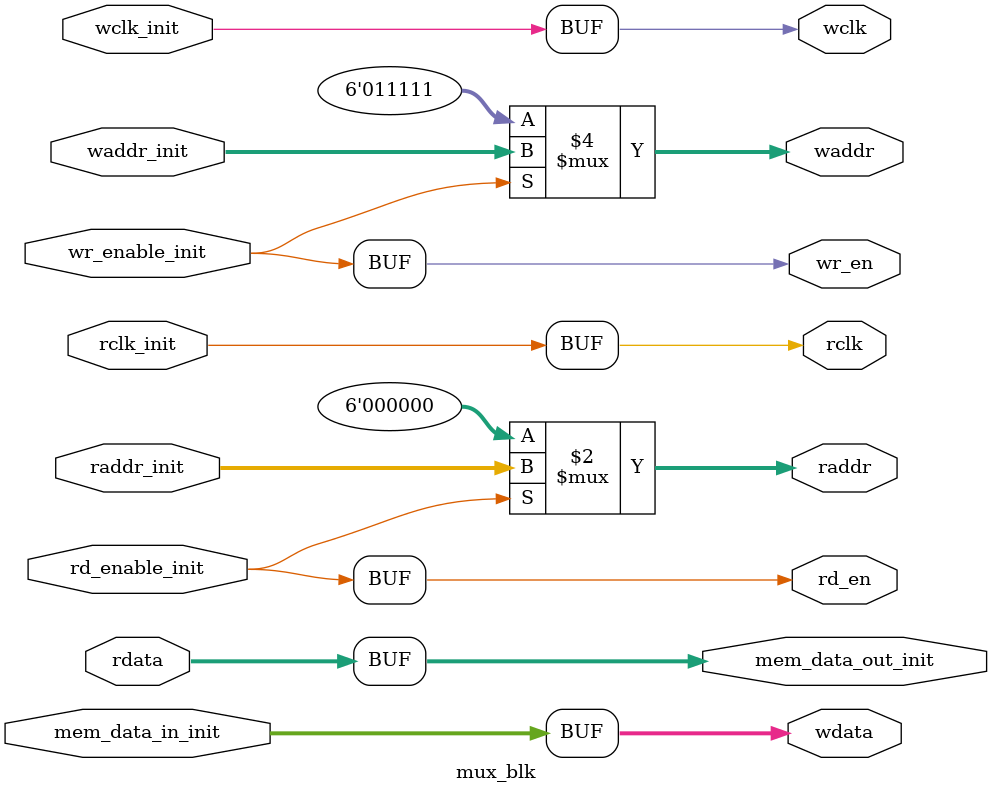
<source format=v>
`timescale 1 ns/100 ps
module mux_blk(
  
  rd_enable_init, wr_enable_init,
  wclk_init, rclk_init,
  raddr_init, waddr_init,
  mem_data_in_init, mem_data_out_init,
  
  rd_en, wr_en,
  wclk, rclk,
  raddr, waddr,
  wdata, rdata,
  );

parameter DATA_WIDTH = 8; // data width 
parameter ADDR_WIDTH = 8; // data width 

input rd_enable_init;
input wr_enable_init;
input wclk_init, rclk_init;
input [ADDR_WIDTH-3:0] raddr_init, waddr_init;
input [DATA_WIDTH-1:0] mem_data_in_init;
output  [DATA_WIDTH-1:0] mem_data_out_init;

output rd_en;
output wr_en;
output wclk, rclk;
output [ADDR_WIDTH-3:0] raddr, waddr;
output [DATA_WIDTH-1:0] wdata;
input  [DATA_WIDTH-1:0] rdata;



assign 	rd_en 	=  rd_enable_init;
assign 	wr_en 	=  wr_enable_init;
assign 	wclk 	=  wclk_init;
assign 	rclk 	=  rclk_init;
assign 	raddr 	= (rd_en) ? raddr_init : 5'b00000;
assign 	waddr 	= (wr_en) ? waddr_init : 5'b11111;
assign 	wdata 	=  mem_data_in_init;

assign 	mem_data_out_init = rdata;
    
endmodule
</source>
